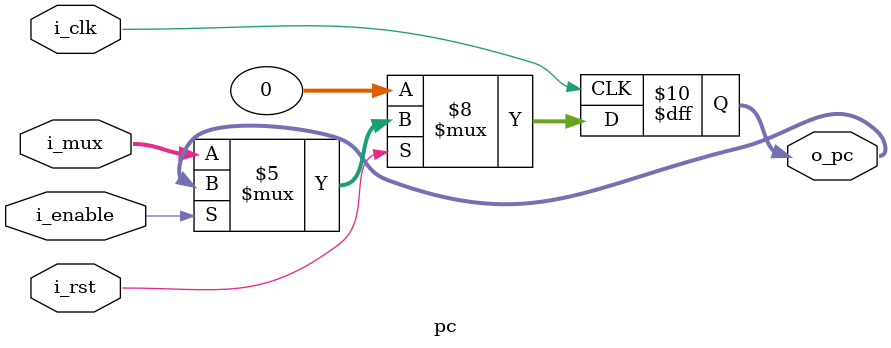
<source format=v>
`timescale 1ns / 1ps


module pc
    #(
        parameter LEN = 32
    )
    (
        input i_clk,
        input i_rst,
        input [LEN-1:0] i_mux,
        input i_enable,
        output reg [LEN-1:0] o_pc
    );
    
always @(negedge i_clk)
begin
    if(!i_rst)
        o_pc <= 32'h0;
    else
    begin
        if(!i_enable) //No se produce un Stall, incrementa el PC
            o_pc <= i_mux;
        else
            o_pc <= o_pc;
    end
end
endmodule

</source>
